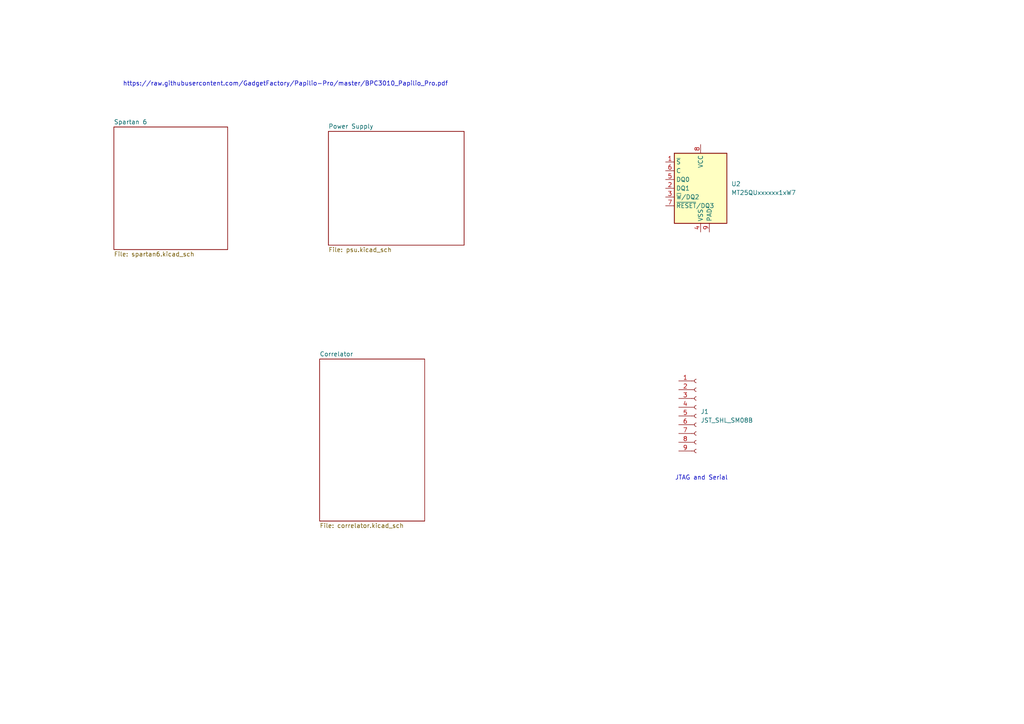
<source format=kicad_sch>
(kicad_sch (version 20231120) (generator "eeschema") (generator_version "8.0")
  (paper "A4")
  (lib_symbols
    (symbol "Connector:Conn_01x09_Socket" (pin_names (offset 1.016) hide)
      (property "Reference" "J" (at 0 12.7 0))
      (property "Value" "Conn_01x09_Socket" (at 0 -12.7 0))
      (symbol "Conn_01x09_Socket_1_1"
        (arc (start 0 -9.652) (mid -0.5058 -10.16) (end 0 -10.668) (stroke (width 0.1524)))
        (arc (start 0 -7.112) (mid -0.5058 -7.62) (end 0 -8.128) (stroke (width 0.1524)))
        (arc (start 0 -4.572) (mid -0.5058 -5.08) (end 0 -5.588) (stroke (width 0.1524)))
        (arc (start 0 -2.032) (mid -0.5058 -2.54) (end 0 -3.048) (stroke (width 0.1524)))
        (polyline (pts (xy -1.27 -10.16) (xy -0.508 -10.16)) (stroke (width 0.1524)))
        (polyline (pts (xy -1.27 -7.62) (xy -0.508 -7.62)) (stroke (width 0.1524)))
        (polyline (pts (xy -1.27 -5.08) (xy -0.508 -5.08)) (stroke (width 0.1524)))
        (polyline (pts (xy -1.27 -2.54) (xy -0.508 -2.54)) (stroke (width 0.1524)))
        (polyline (pts (xy -1.27 0) (xy -0.508 0)) (stroke (width 0.1524)))
        (polyline (pts (xy -1.27 2.54) (xy -0.508 2.54)) (stroke (width 0.1524)))
        (polyline (pts (xy -1.27 5.08) (xy -0.508 5.08)) (stroke (width 0.1524)))
        (polyline (pts (xy -1.27 7.62) (xy -0.508 7.62)) (stroke (width 0.1524)))
        (polyline (pts (xy -1.27 10.16) (xy -0.508 10.16)) (stroke (width 0.1524)))
        (arc (start 0 0.508) (mid -0.5058 0) (end 0 -0.508) (stroke (width 0.1524)))
        (arc (start 0 3.048) (mid -0.5058 2.54) (end 0 2.032) (stroke (width 0.1524)))
        (arc (start 0 5.588) (mid -0.5058 5.08) (end 0 4.572) (stroke (width 0.1524)))
        (arc (start 0 8.128) (mid -0.5058 7.62) (end 0 7.112) (stroke (width 0.1524)))
        (arc (start 0 10.668) (mid -0.5058 10.16) (end 0 9.652) (stroke (width 0.1524)))
        (pin passive line (at -5.08 10.16 0) (length 3.81) (name "Pin_1") (number "1"))
        (pin passive line (at -5.08 7.62 0) (length 3.81) (name "Pin_2") (number "2"))
        (pin passive line (at -5.08 5.08 0) (length 3.81) (name "Pin_3") (number "3"))
        (pin passive line (at -5.08 2.54 0) (length 3.81) (name "Pin_4") (number "4"))
        (pin passive line (at -5.08 0 0) (length 3.81) (name "Pin_5") (number "5"))
        (pin passive line (at -5.08 -2.54 0) (length 3.81) (name "Pin_6") (number "6"))
        (pin passive line (at -5.08 -5.08 0) (length 3.81) (name "Pin_7") (number "7"))
        (pin passive line (at -5.08 -7.62 0) (length 3.81) (name "Pin_8") (number "8"))
        (pin passive line (at -5.08 -10.16 0) (length 3.81) (name "Pin_9") (number "9"))
      )
    )
    (symbol "Memory_Flash:MT25QUxxxxxx1xW7"
      (property "Reference" "U" (at -10.16 10.16 0))
      (property "Value" "MT25QUxxxxxx1xW7" (at 8.89 11.43 0))
      (symbol "MT25QUxxxxxx1xW7_0_1"
        (rectangle (start -7.62 10.16) (end 7.62 -10.16) (stroke (width 0.254)) (fill (type background)))
      )
      (symbol "MT25QUxxxxxx1xW7_1_1"
        (pin input line (at -10.16 7.62 0) (length 2.54) (name "~{S}") (number "1"))
        (pin bidirectional line (at -10.16 0 0) (length 2.54) (name "DQ1") (number "2"))
        (pin input line (at -10.16 -2.54 0) (length 2.54) (name "~{W}/DQ2") (number "3"))
        (pin power_in line (at 0 -12.7 90) (length 2.54) (name "VSS") (number "4"))
        (pin bidirectional line (at -10.16 2.54 0) (length 2.54) (name "DQ0") (number "5"))
        (pin input line (at -10.16 5.08 0) (length 2.54) (name "C") (number "6"))
        (pin input line (at -10.16 -5.08 0) (length 2.54) (name "~{RESET}/DQ3") (number "7"))
        (pin power_in line (at 0 12.7 270) (length 2.54) (name "VCC") (number "8"))
        (pin power_in line (at 2.54 -12.7 90) (length 2.54) (name "PAD") (number "9"))
      )
    )
  )
  (text "https://raw.githubusercontent.com/GadgetFactory/Papilio-Pro/master/BPC3010_Papilio_Pro.pdf" (at 82.804 24.384 0) (effects (font (size 1.27 1.27))))
  (text "JTAG and Serial" (at 203.454 138.684 0) (effects (font (size 1.27 1.27))))
  (symbol (lib_id "Memory_Flash:MT25QUxxxxxx1xW7") (at 203.2 54.61 0) (unit 1)
    (property "Reference" "U2" (at 212.09 53.3399 0) (effects (justify left)))
    (property "Value" "MT25QUxxxxxx1xW7" (at 212.09 55.8799 0) (effects (justify left)))
    (property "Footprint" "Package_DFN_QFN:W-PDFN-8-1EP_6x5mm_P1.27mm_EP3x3mm" (effects (hide yes)))
    (property "Datasheet" "https://media-www.micron.com/-/media/client/global/documents/products/data-sheet/nor-flash/serial-nor/mt25q/die-rev-a/mt25q_qljs_u_256_aba_0.pdf" (effects (hide yes)))
    (property "Description" "Micron 128M/256M/512M/1G/2Gbit, 1.8V Multiple I/O Serial NOR Flash Memory, W-PDFN-8" (effects (hide yes)))
    (property "LCSC" "C524856" (effects (hide yes)))
  )
  (symbol (lib_id "Connector:Conn_01x09_Socket") (at 201.93 120.65 0) (unit 1)
    (property "Reference" "J1" (at 203.2 119.3799 0) (effects (justify left)))
    (property "Value" "JST_SHL_SM08B" (at 203.2 121.9199 0) (effects (justify left)))
    (property "Footprint" "Connector_JST:JST_SHL_SM08B-SHLS-TF_1x08-1MP_P1.00mm_Horizontal" (effects (hide yes)))
    (property "Description" "Generic connector, single row, 01x09, script generated" (effects (hide yes)))
  )
  (sheet (at 33.02 36.83) (size 33.02 35.56) (stroke (width 0.1524))
    (property "Sheetname" "Spartan 6" (at 33.02 36.1184 0) (effects (justify left bottom)))
    (property "Sheetfile" "spartan6.kicad_sch" (at 33.02 72.9746 0) (effects (justify left top)))
  )
  (sheet (at 92.71 104.14) (size 30.48 46.99) (stroke (width 0.1524))
    (property "Sheetname" "Correlator" (at 92.71 103.4284 0) (effects (justify left bottom)))
    (property "Sheetfile" "correlator.kicad_sch" (at 92.71 151.7146 0) (effects (justify left top)))
  )
  (sheet (at 95.25 38.1) (size 39.37 33.02) (stroke (width 0.1524))
    (property "Sheetname" "Power Supply" (at 95.25 37.3884 0) (effects (justify left bottom)))
    (property "Sheetfile" "psu.kicad_sch" (at 95.25 71.7046 0) (effects (justify left top)))
  )
)
</source>
